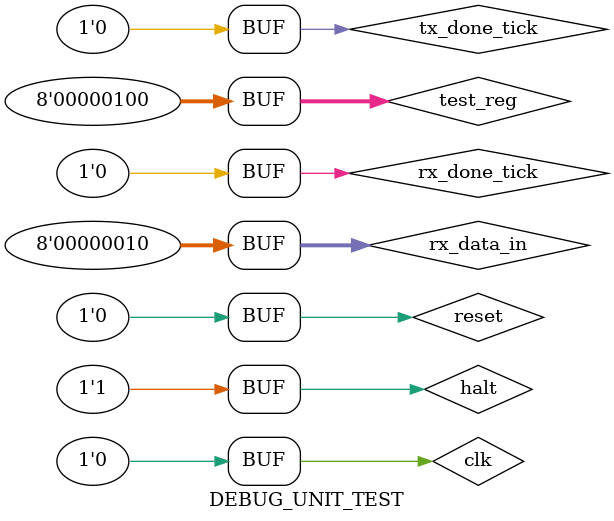
<source format=v>
`timescale 1ns / 1ps


module DEBUG_UNIT_TEST;

	// Inputs
	reg clk;
	reg reset;
	reg halt;
	reg [7:0] test_reg;
	reg rx_done_tick;
	reg tx_done_tick;
	reg [7:0] rx_data_in;

	// Outputs
	wire [10:0] addr_mem_inst;
	wire [31:0] ins_to_mem;
	wire wr_ram_inst;
	wire [31:0] test;
	wire rewr_flag;
	wire [2:0] substate_flag;
	wire [2:0] substatenext_flag;
	wire [2:0] state_flag;
	wire [2:0] statenext_flag;
	wire ctrl_clk_mips;
	wire debug;
	wire tx_start;
	wire [7:0] data_out;

	// Instantiate the Unit Under Test (UUT)
	DEBUG_UNIT uut (
		.clk(clk), 
		.reset(reset), 
		.halt(halt), 
		.test_reg(test_reg), 
		.addr_mem_inst(addr_mem_inst), 
		.ins_to_mem(ins_to_mem), 
		.wr_ram_inst(wr_ram_inst), 
		.test(test), 
		.rewr_flag(rewr_flag),
		.substate_flag(substate_flag),
		.substatenext_flag(substatenext_flag),
		.state_flag(state_flag),
		.statenext_flag(statenext_flag),
		.ctrl_clk_mips(ctrl_clk_mips), 
		.debug(debug), 
		.rx_done_tick(rx_done_tick), 
		.tx_done_tick(tx_done_tick), 
		.rx_data_in(rx_data_in), 
		.tx_start(tx_start), 
		.data_out(data_out)
	);

	initial begin
		// Initialize Inputs
		clk = 0;
		reset = 0;
		halt = 0;
		test_reg = 8'b00000100;
		rx_done_tick = 0;
		tx_done_tick = 0;
		rx_data_in = 0;
        
		#200 clk=1;
		#200 clk=0;
		
		#200 clk=1;
		#200 clk=0;
		
		rx_data_in = 8'b00000001; // StartSignal
		
		#200 clk=1;
		#200 clk=0;
		#200 clk=1;
		#200 clk=0;
		
		rx_done_tick = 1'b1;
		
		#200 clk=1;
		#200 clk=0;
		#200 clk=1;
		#200 clk=0;
		
		rx_done_tick = 1'b0;
		
		#200 clk=1;
		#200 clk=0;
		#200 clk=1;
		#200 clk=0;
		
		rx_data_in = 8'b11011101; // LSB de la instruccion
		
		#200 clk=1;
		#200 clk=0;
		#200 clk=1;
		#200 clk=0;
		
		rx_done_tick = 1'b1;
		
		#200 clk=1;
		#200 clk=0;
		#200 clk=1;
		#200 clk=0;
		
		rx_done_tick = 1'b0;
		
		#200 clk=1;
		#200 clk=0;
		#200 clk=1;
		#200 clk=0;
		
		rx_data_in = 8'b11001100; // 2do LSB de la instruccion
		
		#200 clk=1;
		#200 clk=0;
		#200 clk=1;
		#200 clk=0;
		
		rx_done_tick = 1'b1;
		
		#200 clk=1;
		#200 clk=0;
		#200 clk=1;
		#200 clk=0;
		
		rx_done_tick = 1'b0;
		
		#200 clk=1;
		#200 clk=0;
		#200 clk=1;
		#200 clk=0;
		
		rx_data_in = 8'b10111011; // 3er LSB de la instruccion
		
		#200 clk=1;
		#200 clk=0;
		#200 clk=1;
		#200 clk=0;
		
		rx_done_tick = 1'b1;
		
		#200 clk=1;
		#200 clk=0;
		#200 clk=1;
		#200 clk=0;
		
		rx_done_tick = 1'b0;
		
		#200 clk=1;
		#200 clk=0;
		#200 clk=1;
		#200 clk=0;
		
		rx_data_in = 8'b10101010; // MSB de la instruccion
		
		#200 clk=1;
		#200 clk=0;
		#200 clk=1;
		#200 clk=0;
		
		rx_done_tick = 1'b1;
		
		#200 clk=1;
		#200 clk=0;
		#200 clk=1;
		#200 clk=0;
		
		rx_done_tick = 1'b0;
		
		#200 clk=1;
		#200 clk=0;
		#200 clk=1;
		#200 clk=0;
		
		rx_data_in = 8'b01000100; // LSB de la 2da instruccion
		
		#200 clk=1;
		#200 clk=0;
		#200 clk=1;
		#200 clk=0;
		
		rx_done_tick = 1'b1;
		
		#200 clk=1;
		#200 clk=0;
		#200 clk=1;
		#200 clk=0;
		
		rx_done_tick = 1'b0;
		
		#200 clk=1;
		#200 clk=0;
		#200 clk=1;
		#200 clk=0;
		
		rx_data_in = 8'b00110011; // 2do LSB de la 2da instruccion
		
		#200 clk=1;
		#200 clk=0;
		#200 clk=1;
		#200 clk=0;
		
		rx_done_tick = 1'b1;
		
		#200 clk=1;
		#200 clk=0;
		#200 clk=1;
		#200 clk=0;
		
		rx_done_tick = 1'b0;
		
		#200 clk=1;
		#200 clk=0;
		#200 clk=1;
		#200 clk=0;
		
		rx_data_in = 8'b00100010; // 3er LSB de la 2da instruccion
		
		#200 clk=1;
		#200 clk=0;
		#200 clk=1;
		#200 clk=0;
		
		rx_done_tick = 1'b1;
		
		#200 clk=1;
		#200 clk=0;
		#200 clk=1;
		#200 clk=0;
		
		rx_done_tick = 1'b0;
		
		#200 clk=1;
		#200 clk=0;
		#200 clk=1;
		#200 clk=0;
		
		rx_data_in = 8'b00010001; // MSB de la 2da instruccion
		
		#200 clk=1;
		#200 clk=0;
		#200 clk=1;
		#200 clk=0;
		
		rx_done_tick = 1'b1;
		
		#200 clk=1;
		#200 clk=0;
		#200 clk=1;
		#200 clk=0;
		
		rx_done_tick = 1'b0;
		
		#200 clk=1;
		#200 clk=0;
		#200 clk=1;
		#200 clk=0;
		
		rx_data_in = 8'b11111111; // LSB del halt
		#200 clk=1;
		#200 clk=0;
		#200 clk=1;
		#200 clk=0;
		
		rx_done_tick = 1'b1;
		
		#200 clk=1;
		#200 clk=0;
		#200 clk=1;
		#200 clk=0;
		
		rx_done_tick = 1'b0;
		
		#200 clk=1;
		#200 clk=0;
		#200 clk=1;
		#200 clk=0;
		
		rx_data_in = 8'b11111111; // LSB del halt
		
		#200 clk=1;
		#200 clk=0;
		#200 clk=1;
		#200 clk=0;
		
		rx_done_tick = 1'b1;
		
		#200 clk=1;
		#200 clk=0;
		#200 clk=1;
		#200 clk=0;
		
		rx_done_tick = 1'b0;
		
		#200 clk=1;
		#200 clk=0;
		#200 clk=1;
		#200 clk=0;
		
		rx_data_in = 8'b11111111; // LSB del halt
		
		#200 clk=1;
		#200 clk=0;
		#200 clk=1;
		#200 clk=0;
		
		rx_done_tick = 1'b1;
		
		#200 clk=1;
		#200 clk=0;
		#200 clk=1;
		#200 clk=0;
		
		rx_done_tick = 1'b0;
		
		#200 clk=1;
		#200 clk=0;
		#200 clk=1;
		#200 clk=0;
		
		rx_data_in = 8'b11111111; // MSB del halt
		
		#200 clk=1;
		#200 clk=0;
		#200 clk=1;
		#200 clk=0;
		
		rx_done_tick = 1'b1;
		
		#200 clk=1;
		#200 clk=0;
		#200 clk=1;
		#200 clk=0;
		
		rx_done_tick = 1'b0;
		
		#200 clk=1;
		#200 clk=0;
		#200 clk=1;
		#200 clk=0;
		
		rx_data_in = 8'b00000010;	// Continuous Signal
		
		#200 clk=1;
		#200 clk=0;
		#200 clk=1;
		#200 clk=0;

		rx_done_tick = 1'b1;
		
		#200 clk=1;
		#200 clk=0;
		#200 clk=1;
		#200 clk=0;
		
		rx_done_tick = 1'b0;

		#200 clk=1;
		#200 clk=0;
		#200 clk=1;
		#200 clk=0;
		#200 clk=1;
		#200 clk=0;
		#200 clk=1;
		#200 clk=0;

		halt = 1'b1;

		#200 clk=1;
		#200 clk=0;
		#200 clk=1;
		#200 clk=0;
		#200 clk=1;
		#200 clk=0;
		#200 clk=1;
		#200 clk=0;

		tx_done_tick = 1'b1;	// El MIPS me termino de mandar los datos

		#200 clk=1;
		#200 clk=0;
		#200 clk=1;
		#200 clk=0;

		tx_done_tick = 1'b0;

		#200 clk=1;
		#200 clk=0;
		#200 clk=1;
		#200 clk=0;
		#200 clk=1;
		#200 clk=0;
		#200 clk=1;
		#200 clk=0;

		#200 clk=1;
		#200 clk=0;
		#200 clk=1;
		#200 clk=0;
		#200 clk=1;
		#200 clk=0;
		#200 clk=1;
		#200 clk=0;
	end
      
endmodule


</source>
